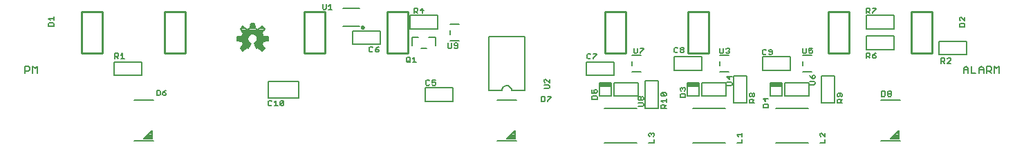
<source format=gto>
G75*
G70*
%OFA0B0*%
%FSLAX24Y24*%
%IPPOS*%
%LPD*%
%AMOC8*
5,1,8,0,0,1.08239X$1,22.5*
%
%ADD10C,0.0070*%
%ADD11R,0.0551X0.0215*%
%ADD12C,0.0080*%
%ADD13C,0.0100*%
D10*
X012661Y002187D02*
X012703Y002145D01*
X012786Y002145D01*
X012828Y002187D01*
X012956Y002145D02*
X013123Y002145D01*
X013039Y002145D02*
X013039Y002395D01*
X012956Y002312D01*
X012828Y002354D02*
X012786Y002395D01*
X012703Y002395D01*
X012661Y002354D01*
X012661Y002187D01*
X013250Y002187D02*
X013417Y002354D01*
X013417Y002187D01*
X013375Y002145D01*
X013292Y002145D01*
X013250Y002187D01*
X013250Y002354D01*
X013292Y002395D01*
X013375Y002395D01*
X013417Y002354D01*
X014150Y002530D02*
X012670Y002530D01*
X012670Y003330D01*
X014150Y003330D01*
X014150Y002530D01*
X020250Y002360D02*
X020250Y003000D01*
X021570Y003000D01*
X021570Y002360D01*
X020250Y002360D01*
X023294Y002881D02*
X023924Y002881D01*
X023926Y002911D01*
X023931Y002940D01*
X023941Y002968D01*
X023953Y002995D01*
X023969Y003020D01*
X023988Y003043D01*
X024010Y003063D01*
X024034Y003080D01*
X024060Y003095D01*
X024087Y003105D01*
X024116Y003113D01*
X024145Y003117D01*
X024175Y003117D01*
X024204Y003113D01*
X024233Y003105D01*
X024260Y003095D01*
X024286Y003080D01*
X024310Y003063D01*
X024332Y003043D01*
X024351Y003020D01*
X024367Y002995D01*
X024379Y002968D01*
X024389Y002940D01*
X024394Y002911D01*
X024396Y002881D01*
X025026Y002881D01*
X025026Y005479D01*
X023294Y005479D01*
X023294Y002881D01*
X025838Y002596D02*
X025963Y002596D01*
X026005Y002555D01*
X026005Y002388D01*
X025963Y002346D01*
X025838Y002346D01*
X025838Y002596D01*
X026133Y002596D02*
X026300Y002596D01*
X026300Y002555D01*
X026133Y002388D01*
X026133Y002346D01*
X028275Y002465D02*
X028275Y002590D01*
X028316Y002632D01*
X028483Y002632D01*
X028525Y002590D01*
X028525Y002465D01*
X028275Y002465D01*
X028634Y002615D02*
X028634Y003245D01*
X029186Y003245D01*
X029186Y002615D01*
X028634Y002615D01*
X029319Y002615D02*
X029319Y003245D01*
X030501Y003245D01*
X030501Y002615D01*
X029319Y002615D01*
X028525Y002801D02*
X028483Y002760D01*
X028525Y002801D02*
X028525Y002885D01*
X028483Y002926D01*
X028400Y002926D01*
X028358Y002885D01*
X028358Y002843D01*
X028400Y002760D01*
X028275Y002760D01*
X028275Y002926D01*
X026218Y003011D02*
X026218Y003094D01*
X026176Y003136D01*
X025967Y003136D01*
X026009Y003264D02*
X025967Y003306D01*
X025967Y003389D01*
X026009Y003431D01*
X026051Y003431D01*
X026218Y003264D01*
X026218Y003431D01*
X028000Y003610D02*
X028000Y004250D01*
X029320Y004250D01*
X029320Y003610D01*
X028000Y003610D01*
X030193Y003776D02*
X030627Y003776D01*
X032250Y003860D02*
X032250Y004500D01*
X033570Y004500D01*
X033570Y003860D01*
X032250Y003860D01*
X030193Y004072D02*
X030193Y004288D01*
X030193Y004584D02*
X030627Y004584D01*
X030587Y004673D02*
X030587Y004714D01*
X030753Y004881D01*
X030753Y004923D01*
X030587Y004923D01*
X030459Y004923D02*
X030459Y004714D01*
X030417Y004673D01*
X030334Y004673D01*
X030292Y004714D01*
X030292Y004923D01*
X028506Y004665D02*
X028506Y004624D01*
X028340Y004457D01*
X028340Y004415D01*
X028212Y004457D02*
X028170Y004415D01*
X028087Y004415D01*
X028045Y004457D01*
X028045Y004624D01*
X028087Y004665D01*
X028170Y004665D01*
X028212Y004624D01*
X028340Y004665D02*
X028506Y004665D01*
X032245Y004757D02*
X032287Y004715D01*
X032370Y004715D01*
X032412Y004757D01*
X032540Y004757D02*
X032540Y004798D01*
X032581Y004840D01*
X032665Y004840D01*
X032706Y004798D01*
X032706Y004757D01*
X032665Y004715D01*
X032581Y004715D01*
X032540Y004757D01*
X032581Y004840D02*
X032540Y004882D01*
X032540Y004924D01*
X032581Y004965D01*
X032665Y004965D01*
X032706Y004924D01*
X032706Y004882D01*
X032665Y004840D01*
X032245Y004924D02*
X032245Y004757D01*
X032245Y004924D02*
X032287Y004965D01*
X032370Y004965D01*
X032412Y004924D01*
X034442Y004923D02*
X034442Y004714D01*
X034484Y004673D01*
X034567Y004673D01*
X034609Y004714D01*
X034609Y004923D01*
X034737Y004881D02*
X034778Y004923D01*
X034862Y004923D01*
X034903Y004881D01*
X034903Y004839D01*
X034862Y004798D01*
X034903Y004756D01*
X034903Y004714D01*
X034862Y004673D01*
X034778Y004673D01*
X034737Y004714D01*
X034820Y004798D02*
X034862Y004798D01*
X034877Y004584D02*
X034443Y004584D01*
X034443Y004288D02*
X034443Y004072D01*
X034443Y003776D02*
X034877Y003776D01*
X034900Y003576D02*
X034900Y003410D01*
X034775Y003535D01*
X035025Y003535D01*
X035090Y003590D02*
X035730Y003590D01*
X035730Y002270D01*
X035090Y002270D01*
X035090Y003590D01*
X034983Y003282D02*
X034775Y003282D01*
X034751Y003245D02*
X034751Y002615D01*
X033569Y002615D01*
X033569Y003245D01*
X034751Y003245D01*
X034775Y003115D02*
X034983Y003115D01*
X035025Y003157D01*
X035025Y003240D01*
X034983Y003282D01*
X033436Y003245D02*
X033436Y002615D01*
X032884Y002615D01*
X032884Y003245D01*
X033436Y003245D01*
X032775Y002985D02*
X032733Y003026D01*
X032692Y003026D01*
X032650Y002985D01*
X032650Y002943D01*
X032650Y002985D02*
X032608Y003026D01*
X032566Y003026D01*
X032525Y002985D01*
X032525Y002901D01*
X032566Y002860D01*
X032566Y002732D02*
X032525Y002690D01*
X032525Y002565D01*
X032775Y002565D01*
X032775Y002690D01*
X032733Y002732D01*
X032566Y002732D01*
X032733Y002860D02*
X032775Y002901D01*
X032775Y002985D01*
X031855Y002725D02*
X031855Y002642D01*
X031813Y002600D01*
X031646Y002767D01*
X031813Y002767D01*
X031855Y002725D01*
X031646Y002767D02*
X031605Y002725D01*
X031605Y002642D01*
X031646Y002600D01*
X031813Y002600D01*
X031855Y002473D02*
X031855Y002306D01*
X031855Y002389D02*
X031605Y002389D01*
X031688Y002306D01*
X031646Y002178D02*
X031730Y002178D01*
X031772Y002136D01*
X031772Y002011D01*
X031855Y002011D02*
X031605Y002011D01*
X031605Y002136D01*
X031646Y002178D01*
X031772Y002094D02*
X031855Y002178D01*
X031480Y002020D02*
X030840Y002020D01*
X030840Y003340D01*
X031480Y003340D01*
X031480Y002020D01*
X030755Y002157D02*
X030755Y002241D01*
X030713Y002283D01*
X030505Y002283D01*
X030546Y002410D02*
X030588Y002410D01*
X030630Y002452D01*
X030630Y002535D01*
X030672Y002577D01*
X030713Y002577D01*
X030755Y002535D01*
X030755Y002452D01*
X030713Y002410D01*
X030672Y002410D01*
X030630Y002452D01*
X030630Y002535D02*
X030588Y002577D01*
X030546Y002577D01*
X030505Y002535D01*
X030505Y002452D01*
X030546Y002410D01*
X030755Y002157D02*
X030713Y002116D01*
X030505Y002116D01*
X030447Y002007D02*
X028873Y002007D01*
X033123Y002007D02*
X034697Y002007D01*
X035865Y002285D02*
X035865Y002410D01*
X035906Y002452D01*
X035990Y002452D01*
X036032Y002410D01*
X036032Y002285D01*
X036115Y002285D02*
X035865Y002285D01*
X036032Y002368D02*
X036115Y002452D01*
X036525Y002485D02*
X036650Y002360D01*
X036650Y002526D01*
X036775Y002485D02*
X036525Y002485D01*
X036884Y002615D02*
X036884Y003245D01*
X037436Y003245D01*
X037436Y002615D01*
X036884Y002615D01*
X037569Y002615D02*
X037569Y003245D01*
X038751Y003245D01*
X038751Y002615D01*
X037569Y002615D01*
X036115Y002621D02*
X036073Y002580D01*
X036032Y002580D01*
X035990Y002621D01*
X035990Y002705D01*
X036032Y002746D01*
X036073Y002746D01*
X036115Y002705D01*
X036115Y002621D01*
X035990Y002621D02*
X035948Y002580D01*
X035906Y002580D01*
X035865Y002621D01*
X035865Y002705D01*
X035906Y002746D01*
X035948Y002746D01*
X035990Y002705D01*
X036525Y002190D02*
X036566Y002232D01*
X036733Y002232D01*
X036775Y002190D01*
X036775Y002065D01*
X036525Y002065D01*
X036525Y002190D01*
X037123Y002007D02*
X038697Y002007D01*
X039340Y002270D02*
X039340Y003590D01*
X039980Y003590D01*
X039980Y002270D01*
X039340Y002270D01*
X040095Y002276D02*
X040095Y002401D01*
X040136Y002443D01*
X040220Y002443D01*
X040262Y002401D01*
X040262Y002276D01*
X040345Y002276D02*
X040095Y002276D01*
X040262Y002359D02*
X040345Y002443D01*
X040303Y002570D02*
X040345Y002612D01*
X040345Y002695D01*
X040303Y002737D01*
X040136Y002737D01*
X040095Y002695D01*
X040095Y002612D01*
X040136Y002570D01*
X040178Y002570D01*
X040220Y002612D01*
X040220Y002737D01*
X042238Y002846D02*
X042238Y002596D01*
X042363Y002596D01*
X042405Y002638D01*
X042405Y002805D01*
X042363Y002846D01*
X042238Y002846D01*
X042533Y002805D02*
X042533Y002763D01*
X042575Y002721D01*
X042658Y002721D01*
X042700Y002680D01*
X042700Y002638D01*
X042658Y002596D01*
X042575Y002596D01*
X042533Y002638D01*
X042533Y002680D01*
X042575Y002721D01*
X042658Y002721D02*
X042700Y002763D01*
X042700Y002805D01*
X042658Y002846D01*
X042575Y002846D01*
X042533Y002805D01*
X039025Y003207D02*
X038983Y003165D01*
X038775Y003165D01*
X039025Y003207D02*
X039025Y003290D01*
X038983Y003332D01*
X038775Y003332D01*
X038900Y003460D02*
X038900Y003585D01*
X038942Y003626D01*
X038983Y003626D01*
X039025Y003585D01*
X039025Y003501D01*
X038983Y003460D01*
X038900Y003460D01*
X038816Y003543D01*
X038775Y003626D01*
X038877Y003776D02*
X038443Y003776D01*
X037820Y003860D02*
X036500Y003860D01*
X036500Y004500D01*
X037820Y004500D01*
X037820Y003860D01*
X038443Y004072D02*
X038443Y004288D01*
X038443Y004584D02*
X038877Y004584D01*
X038862Y004673D02*
X038778Y004673D01*
X038737Y004714D01*
X038737Y004798D02*
X038820Y004839D01*
X038862Y004839D01*
X038903Y004798D01*
X038903Y004714D01*
X038862Y004673D01*
X038609Y004714D02*
X038609Y004923D01*
X038737Y004923D02*
X038737Y004798D01*
X038609Y004714D02*
X038567Y004673D01*
X038484Y004673D01*
X038442Y004714D01*
X038442Y004923D01*
X038737Y004923D02*
X038903Y004923D01*
X036956Y004824D02*
X036956Y004657D01*
X036915Y004615D01*
X036831Y004615D01*
X036790Y004657D01*
X036831Y004740D02*
X036956Y004740D01*
X036956Y004824D02*
X036915Y004865D01*
X036831Y004865D01*
X036790Y004824D01*
X036790Y004782D01*
X036831Y004740D01*
X036662Y004657D02*
X036620Y004615D01*
X036537Y004615D01*
X036495Y004657D01*
X036495Y004824D01*
X036537Y004865D01*
X036620Y004865D01*
X036662Y004824D01*
X041500Y004860D02*
X041500Y005500D01*
X042820Y005500D01*
X042820Y004860D01*
X041500Y004860D01*
X041506Y004695D02*
X041631Y004695D01*
X041673Y004654D01*
X041673Y004570D01*
X041631Y004528D01*
X041506Y004528D01*
X041506Y004445D02*
X041506Y004695D01*
X041800Y004570D02*
X041884Y004654D01*
X041967Y004695D01*
X041925Y004570D02*
X041800Y004570D01*
X041800Y004487D01*
X041842Y004445D01*
X041925Y004445D01*
X041967Y004487D01*
X041967Y004528D01*
X041925Y004570D01*
X041673Y004445D02*
X041589Y004528D01*
X045000Y004610D02*
X045000Y005250D01*
X046320Y005250D01*
X046320Y004610D01*
X045000Y004610D01*
X045106Y004445D02*
X045231Y004445D01*
X045273Y004404D01*
X045273Y004320D01*
X045231Y004278D01*
X045106Y004278D01*
X045106Y004195D02*
X045106Y004445D01*
X045400Y004404D02*
X045442Y004445D01*
X045525Y004445D01*
X045567Y004404D01*
X045567Y004362D01*
X045400Y004195D01*
X045567Y004195D01*
X045273Y004195D02*
X045189Y004278D01*
X046195Y003935D02*
X046305Y004045D01*
X046415Y003935D01*
X046415Y003715D01*
X046563Y003715D02*
X046784Y003715D01*
X046932Y003715D02*
X046932Y003935D01*
X047042Y004045D01*
X047152Y003935D01*
X047152Y003715D01*
X047300Y003715D02*
X047300Y004045D01*
X047465Y004045D01*
X047520Y003990D01*
X047520Y003880D01*
X047465Y003825D01*
X047300Y003825D01*
X047410Y003825D02*
X047520Y003715D01*
X047668Y003715D02*
X047668Y004045D01*
X047778Y003935D01*
X047888Y004045D01*
X047888Y003715D01*
X047152Y003880D02*
X046932Y003880D01*
X046415Y003880D02*
X046195Y003880D01*
X046195Y003935D02*
X046195Y003715D01*
X046563Y003715D02*
X046563Y004045D01*
X042820Y005860D02*
X041500Y005860D01*
X041500Y006500D01*
X042820Y006500D01*
X042820Y005860D01*
X045994Y005958D02*
X045994Y006083D01*
X046035Y006125D01*
X046202Y006125D01*
X046244Y006083D01*
X046244Y005958D01*
X045994Y005958D01*
X046035Y006253D02*
X045994Y006294D01*
X045994Y006378D01*
X046035Y006419D01*
X046077Y006419D01*
X046244Y006253D01*
X046244Y006419D01*
X041956Y006824D02*
X041790Y006657D01*
X041790Y006615D01*
X041662Y006615D02*
X041578Y006698D01*
X041620Y006698D02*
X041495Y006698D01*
X041495Y006615D02*
X041495Y006865D01*
X041620Y006865D01*
X041662Y006824D01*
X041662Y006740D01*
X041620Y006698D01*
X041790Y006865D02*
X041956Y006865D01*
X041956Y006824D01*
X021877Y006084D02*
X021443Y006084D01*
X020820Y005860D02*
X020820Y006500D01*
X019500Y006500D01*
X019500Y005860D01*
X020820Y005860D01*
X021443Y005788D02*
X021443Y005572D01*
X020731Y005436D02*
X020731Y005062D01*
X020298Y004924D02*
X020022Y004924D01*
X019589Y005062D02*
X019589Y005436D01*
X019904Y005436D01*
X020416Y005436D02*
X020731Y005436D01*
X021443Y005276D02*
X021877Y005276D01*
X021762Y005173D02*
X021678Y005173D01*
X021637Y005131D01*
X021637Y005089D01*
X021678Y005048D01*
X021803Y005048D01*
X021803Y005131D02*
X021803Y004964D01*
X021762Y004923D01*
X021678Y004923D01*
X021637Y004964D01*
X021509Y004964D02*
X021509Y005173D01*
X021342Y005173D02*
X021342Y004964D01*
X021384Y004923D01*
X021467Y004923D01*
X021509Y004964D01*
X021762Y005173D02*
X021803Y005131D01*
X019709Y004496D02*
X019709Y004245D01*
X019626Y004245D02*
X019793Y004245D01*
X019498Y004245D02*
X019415Y004329D01*
X019498Y004287D02*
X019456Y004245D01*
X019373Y004245D01*
X019331Y004287D01*
X019331Y004454D01*
X019373Y004496D01*
X019456Y004496D01*
X019498Y004454D01*
X019498Y004287D01*
X019626Y004412D02*
X019709Y004496D01*
X017997Y004777D02*
X017955Y004735D01*
X017872Y004735D01*
X017830Y004777D01*
X017830Y004860D01*
X017955Y004860D01*
X017997Y004818D01*
X017997Y004777D01*
X017914Y004944D02*
X017830Y004860D01*
X017914Y004944D02*
X017997Y004985D01*
X017703Y004944D02*
X017661Y004985D01*
X017577Y004985D01*
X017536Y004944D01*
X017536Y004777D01*
X017577Y004735D01*
X017661Y004735D01*
X017703Y004777D01*
X018070Y005110D02*
X016750Y005110D01*
X016750Y005750D01*
X018070Y005750D01*
X018070Y005110D01*
X012654Y005289D02*
X012654Y005471D01*
X012412Y005496D01*
X012386Y005577D01*
X012347Y005653D01*
X012501Y005842D01*
X012372Y005971D01*
X012183Y005817D01*
X012107Y005856D01*
X012026Y005882D01*
X012001Y006124D01*
X011819Y006124D01*
X011794Y005882D01*
X011713Y005856D01*
X011637Y005817D01*
X011448Y005971D01*
X011319Y005842D01*
X011473Y005653D01*
X011434Y005577D01*
X011408Y005496D01*
X011166Y005471D01*
X011166Y005289D01*
X011408Y005264D01*
X011434Y005183D01*
X011473Y005107D01*
X011319Y004918D01*
X011448Y004789D01*
X011637Y004943D01*
X011713Y004904D01*
X011820Y005163D01*
X011780Y005185D01*
X011744Y005214D01*
X011715Y005250D01*
X011693Y005290D01*
X011680Y005334D01*
X011676Y005380D01*
X011681Y005430D01*
X011697Y005478D01*
X011723Y005521D01*
X011758Y005558D01*
X011800Y005587D01*
X011846Y005606D01*
X011896Y005614D01*
X011947Y005611D01*
X011995Y005598D01*
X012040Y005575D01*
X012079Y005542D01*
X012110Y005502D01*
X012131Y005457D01*
X012143Y005408D01*
X012143Y005357D01*
X012133Y005308D01*
X012112Y005261D01*
X012082Y005221D01*
X012044Y005188D01*
X012000Y005163D01*
X012107Y004904D01*
X012183Y004943D01*
X012372Y004789D01*
X012501Y004918D01*
X012347Y005107D01*
X012386Y005183D01*
X012412Y005264D01*
X012654Y005289D01*
X012654Y005318D02*
X012135Y005318D01*
X012143Y005386D02*
X012654Y005386D01*
X012654Y005455D02*
X012132Y005455D01*
X012094Y005523D02*
X012404Y005523D01*
X012379Y005592D02*
X012008Y005592D01*
X011811Y005592D02*
X011441Y005592D01*
X011467Y005660D02*
X012353Y005660D01*
X012409Y005729D02*
X011411Y005729D01*
X011355Y005797D02*
X012465Y005797D01*
X012477Y005866D02*
X012242Y005866D01*
X012326Y005934D02*
X012409Y005934D01*
X012079Y005866D02*
X011741Y005866D01*
X011799Y005934D02*
X012021Y005934D01*
X012014Y006003D02*
X011806Y006003D01*
X011813Y006071D02*
X012007Y006071D01*
X011494Y005934D02*
X011411Y005934D01*
X011343Y005866D02*
X011578Y005866D01*
X011725Y005523D02*
X011416Y005523D01*
X011166Y005455D02*
X011689Y005455D01*
X011676Y005386D02*
X011166Y005386D01*
X011166Y005318D02*
X011685Y005318D01*
X011716Y005249D02*
X011412Y005249D01*
X011435Y005181D02*
X011788Y005181D01*
X011799Y005112D02*
X011470Y005112D01*
X011421Y005044D02*
X011771Y005044D01*
X011742Y004975D02*
X011365Y004975D01*
X011331Y004907D02*
X011592Y004907D01*
X011508Y004838D02*
X011399Y004838D01*
X011707Y004907D02*
X011714Y004907D01*
X012078Y004975D02*
X012455Y004975D01*
X012489Y004907D02*
X012228Y004907D01*
X012312Y004838D02*
X012421Y004838D01*
X012113Y004907D02*
X012106Y004907D01*
X012049Y005044D02*
X012399Y005044D01*
X012350Y005112D02*
X012021Y005112D01*
X012031Y005181D02*
X012385Y005181D01*
X012408Y005249D02*
X012103Y005249D01*
X006570Y004250D02*
X006570Y003610D01*
X005250Y003610D01*
X005250Y004250D01*
X006570Y004250D01*
X005726Y004425D02*
X005560Y004425D01*
X005643Y004425D02*
X005643Y004675D01*
X005560Y004592D01*
X005432Y004634D02*
X005432Y004550D01*
X005390Y004508D01*
X005265Y004508D01*
X005265Y004425D02*
X005265Y004675D01*
X005390Y004675D01*
X005432Y004634D01*
X005348Y004508D02*
X005432Y004425D01*
X001534Y004045D02*
X001534Y003715D01*
X001313Y003715D02*
X001313Y004045D01*
X001423Y003935D01*
X001534Y004045D01*
X001165Y003990D02*
X001165Y003880D01*
X001110Y003825D01*
X000945Y003825D01*
X000945Y003715D02*
X000945Y004045D01*
X001110Y004045D01*
X001165Y003990D01*
X007288Y002896D02*
X007413Y002896D01*
X007455Y002855D01*
X007455Y002688D01*
X007413Y002646D01*
X007288Y002646D01*
X007288Y002896D01*
X007583Y002771D02*
X007666Y002855D01*
X007750Y002896D01*
X007708Y002771D02*
X007583Y002771D01*
X007583Y002688D01*
X007625Y002646D01*
X007708Y002646D01*
X007750Y002688D01*
X007750Y002730D01*
X007708Y002771D01*
X020265Y003167D02*
X020307Y003125D01*
X020390Y003125D01*
X020432Y003167D01*
X020560Y003167D02*
X020601Y003125D01*
X020685Y003125D01*
X020726Y003167D01*
X020726Y003250D01*
X020685Y003292D01*
X020643Y003292D01*
X020560Y003250D01*
X020560Y003375D01*
X020726Y003375D01*
X020432Y003334D02*
X020390Y003375D01*
X020307Y003375D01*
X020265Y003334D01*
X020265Y003167D01*
X025967Y002969D02*
X026176Y002969D01*
X026218Y003011D01*
X031011Y000783D02*
X031053Y000825D01*
X031094Y000825D01*
X031136Y000783D01*
X031178Y000825D01*
X031219Y000825D01*
X031261Y000783D01*
X031261Y000699D01*
X031219Y000658D01*
X031136Y000741D02*
X031136Y000783D01*
X031011Y000783D02*
X031011Y000699D01*
X031053Y000658D01*
X031261Y000530D02*
X031261Y000363D01*
X031011Y000363D01*
X030447Y000353D02*
X028873Y000353D01*
X033123Y000353D02*
X034697Y000353D01*
X035261Y000363D02*
X035511Y000363D01*
X035511Y000530D01*
X035511Y000658D02*
X035511Y000825D01*
X035511Y000741D02*
X035261Y000741D01*
X035344Y000658D01*
X037123Y000353D02*
X038697Y000353D01*
X039261Y000363D02*
X039511Y000363D01*
X039511Y000530D01*
X039511Y000658D02*
X039344Y000825D01*
X039303Y000825D01*
X039261Y000783D01*
X039261Y000699D01*
X039303Y000658D01*
X039511Y000658D02*
X039511Y000825D01*
X020115Y006615D02*
X020115Y006865D01*
X019990Y006740D01*
X020156Y006740D01*
X019862Y006740D02*
X019820Y006698D01*
X019695Y006698D01*
X019695Y006615D02*
X019695Y006865D01*
X019820Y006865D01*
X019862Y006824D01*
X019862Y006740D01*
X019778Y006698D02*
X019862Y006615D01*
X015750Y006794D02*
X015583Y006794D01*
X015667Y006794D02*
X015667Y007044D01*
X015583Y006961D01*
X015456Y007044D02*
X015456Y006836D01*
X015414Y006794D01*
X015330Y006794D01*
X015289Y006836D01*
X015289Y007044D01*
X002326Y006444D02*
X002326Y006277D01*
X002284Y006150D02*
X002118Y006150D01*
X002076Y006108D01*
X002076Y005983D01*
X002326Y005983D01*
X002326Y006108D01*
X002284Y006150D01*
X002159Y006277D02*
X002076Y006361D01*
X002326Y006361D01*
D11*
X028910Y003137D03*
X033160Y003137D03*
X037160Y003137D03*
D12*
X007132Y000446D02*
X006188Y000446D01*
X006660Y000564D02*
X007054Y000958D01*
X007054Y000564D01*
X006660Y000564D01*
X006669Y000573D02*
X007054Y000573D01*
X007054Y000651D02*
X006747Y000651D01*
X006826Y000730D02*
X007054Y000730D01*
X007054Y000808D02*
X006904Y000808D01*
X006983Y000887D02*
X007054Y000887D01*
X007132Y002414D02*
X006188Y002414D01*
X023688Y002414D02*
X024632Y002414D01*
X024554Y000958D02*
X024160Y000564D01*
X024554Y000564D01*
X024554Y000958D01*
X024554Y000887D02*
X024483Y000887D01*
X024554Y000808D02*
X024404Y000808D01*
X024326Y000730D02*
X024554Y000730D01*
X024554Y000651D02*
X024247Y000651D01*
X024169Y000573D02*
X024554Y000573D01*
X024632Y000446D02*
X023688Y000446D01*
X042188Y000446D02*
X043132Y000446D01*
X043054Y000564D02*
X042660Y000564D01*
X043054Y000958D01*
X043054Y000564D01*
X043054Y000573D02*
X042669Y000573D01*
X042747Y000651D02*
X043054Y000651D01*
X043054Y000730D02*
X042826Y000730D01*
X042904Y000808D02*
X043054Y000808D01*
X043054Y000887D02*
X042983Y000887D01*
X043132Y002414D02*
X042188Y002414D01*
X017054Y005997D02*
X016266Y005997D01*
X016266Y006863D02*
X017054Y006863D01*
D13*
X018410Y006680D02*
X019410Y006680D01*
X019410Y004680D01*
X018410Y004680D01*
X018410Y006680D01*
X015410Y006680D02*
X015410Y004680D01*
X014410Y004680D01*
X014410Y006680D01*
X015410Y006680D01*
X017160Y005930D02*
X017162Y005943D01*
X017167Y005956D01*
X017176Y005967D01*
X017187Y005974D01*
X017200Y005979D01*
X017213Y005980D01*
X017227Y005977D01*
X017239Y005971D01*
X017249Y005962D01*
X017256Y005950D01*
X017260Y005937D01*
X017260Y005923D01*
X017256Y005910D01*
X017249Y005898D01*
X017239Y005889D01*
X017227Y005883D01*
X017213Y005880D01*
X017200Y005881D01*
X017187Y005886D01*
X017176Y005893D01*
X017167Y005904D01*
X017162Y005917D01*
X017160Y005930D01*
X008660Y006680D02*
X008660Y004680D01*
X007660Y004680D01*
X007660Y006680D01*
X008660Y006680D01*
X004660Y006680D02*
X004660Y004680D01*
X003660Y004680D01*
X003660Y006680D01*
X004660Y006680D01*
X028910Y006680D02*
X028910Y004680D01*
X029910Y004680D01*
X029910Y006680D01*
X028910Y006680D01*
X032910Y006680D02*
X033910Y006680D01*
X033910Y004680D01*
X032910Y004680D01*
X032910Y006680D01*
X039660Y006680D02*
X040660Y006680D01*
X040660Y004680D01*
X039660Y004680D01*
X039660Y006680D01*
X043660Y006680D02*
X044660Y006680D01*
X044660Y004680D01*
X043660Y004680D01*
X043660Y006680D01*
M02*

</source>
